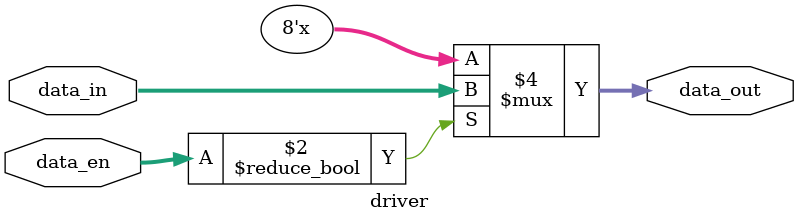
<source format=v>
module driver
#( parameter integer WIDTH=8)
	(
	input wire [WIDTH-1:0] data_in,  data_en, 
	output reg [WIDTH-1:0] data_out);

	always @(data_en, data_in)
		if (data_en)
			data_out = data_in; 
		else
			data_out = 'hz;
								 
endmodule
</source>
